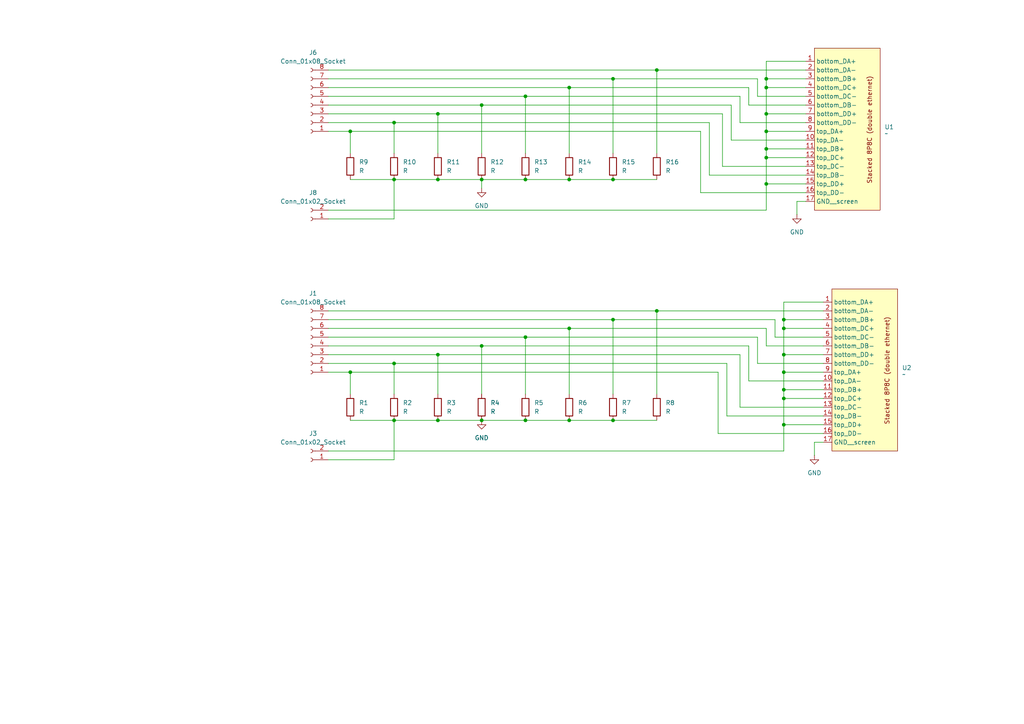
<source format=kicad_sch>
(kicad_sch (version 20231120) (generator "eeschema") (generator_version "8.0")
  (paper "A4")
  (lib_symbols
    (symbol "Connector:Conn_01x02_Socket" (pin_names (offset 1.016) hide)
      (property "Reference" "J" (at 0 2.54 0))
      (property "Value" "Conn_01x02_Socket" (at 0 -5.08 0))
      (symbol "Conn_01x02_Socket_1_1"
        (arc (start 0 -2.032) (mid -0.5058 -2.54) (end 0 -3.048) (stroke (width 0.1524)))
        (polyline (pts (xy -1.27 -2.54) (xy -0.508 -2.54)) (stroke (width 0.1524)))
        (polyline (pts (xy -1.27 0) (xy -0.508 0)) (stroke (width 0.1524)))
        (arc (start 0 0.508) (mid -0.5058 0) (end 0 -0.508) (stroke (width 0.1524)))
        (pin passive line (at -5.08 0 0) (length 3.81) (name "Pin_1") (number "1"))
        (pin passive line (at -5.08 -2.54 0) (length 3.81) (name "Pin_2") (number "2"))
      )
    )
    (symbol "Connector:Conn_01x08_Socket" (pin_names (offset 1.016) hide)
      (property "Reference" "J" (at 0 10.16 0))
      (property "Value" "Conn_01x08_Socket" (at 0 -12.7 0))
      (symbol "Conn_01x08_Socket_1_1"
        (arc (start 0 -9.652) (mid -0.5058 -10.16) (end 0 -10.668) (stroke (width 0.1524)))
        (arc (start 0 -7.112) (mid -0.5058 -7.62) (end 0 -8.128) (stroke (width 0.1524)))
        (arc (start 0 -4.572) (mid -0.5058 -5.08) (end 0 -5.588) (stroke (width 0.1524)))
        (arc (start 0 -2.032) (mid -0.5058 -2.54) (end 0 -3.048) (stroke (width 0.1524)))
        (polyline (pts (xy -1.27 -10.16) (xy -0.508 -10.16)) (stroke (width 0.1524)))
        (polyline (pts (xy -1.27 -7.62) (xy -0.508 -7.62)) (stroke (width 0.1524)))
        (polyline (pts (xy -1.27 -5.08) (xy -0.508 -5.08)) (stroke (width 0.1524)))
        (polyline (pts (xy -1.27 -2.54) (xy -0.508 -2.54)) (stroke (width 0.1524)))
        (polyline (pts (xy -1.27 0) (xy -0.508 0)) (stroke (width 0.1524)))
        (polyline (pts (xy -1.27 2.54) (xy -0.508 2.54)) (stroke (width 0.1524)))
        (polyline (pts (xy -1.27 5.08) (xy -0.508 5.08)) (stroke (width 0.1524)))
        (polyline (pts (xy -1.27 7.62) (xy -0.508 7.62)) (stroke (width 0.1524)))
        (arc (start 0 0.508) (mid -0.5058 0) (end 0 -0.508) (stroke (width 0.1524)))
        (arc (start 0 3.048) (mid -0.5058 2.54) (end 0 2.032) (stroke (width 0.1524)))
        (arc (start 0 5.588) (mid -0.5058 5.08) (end 0 4.572) (stroke (width 0.1524)))
        (arc (start 0 8.128) (mid -0.5058 7.62) (end 0 7.112) (stroke (width 0.1524)))
        (pin passive line (at -5.08 7.62 0) (length 3.81) (name "Pin_1") (number "1"))
        (pin passive line (at -5.08 5.08 0) (length 3.81) (name "Pin_2") (number "2"))
        (pin passive line (at -5.08 2.54 0) (length 3.81) (name "Pin_3") (number "3"))
        (pin passive line (at -5.08 0 0) (length 3.81) (name "Pin_4") (number "4"))
        (pin passive line (at -5.08 -2.54 0) (length 3.81) (name "Pin_5") (number "5"))
        (pin passive line (at -5.08 -5.08 0) (length 3.81) (name "Pin_6") (number "6"))
        (pin passive line (at -5.08 -7.62 0) (length 3.81) (name "Pin_7") (number "7"))
        (pin passive line (at -5.08 -10.16 0) (length 3.81) (name "Pin_8") (number "8"))
      )
    )
    (symbol "DavideCustomSymbols:StackedEthernet"
      (property "Reference" "U" (at 0 0 0))
      (symbol "StackedEthernet_1_1"
        (rectangle (start 0 24.13) (end 19.05 -22.86) (fill (type background)))
        (text "Stacked 8P8C (double ethernet)" (at 16.002 0.508 900) (effects (font (size 1.27 1.27))))
        (pin input line (at -2.54 20.32 0) (length 2.54) (name "bottom_DA+") (number "1"))
        (pin input line (at -2.54 -2.54 0) (length 2.54) (name "top_DA-") (number "10"))
        (pin input line (at -2.54 -5.08 0) (length 2.54) (name "top_DB+") (number "11"))
        (pin input line (at -2.54 -7.62 0) (length 2.54) (name "top_DC+") (number "12"))
        (pin input line (at -2.54 -10.16 0) (length 2.54) (name "top_DC-") (number "13"))
        (pin input line (at -2.54 -12.7 0) (length 2.54) (name "top_DB-") (number "14"))
        (pin input line (at -2.54 -15.24 0) (length 2.54) (name "top_DD+") (number "15"))
        (pin input line (at -2.54 -17.78 0) (length 2.54) (name "top_DD-") (number "16"))
        (pin free line (at -2.54 -20.32 0) (length 2.54) (name "GND__screen") (number "17"))
        (pin input line (at -2.54 17.78 0) (length 2.54) (name "bottom_DA-") (number "2"))
        (pin input line (at -2.54 15.24 0) (length 2.54) (name "bottom_DB+") (number "3"))
        (pin input line (at -2.54 12.7 0) (length 2.54) (name "bottom_DC+") (number "4"))
        (pin input line (at -2.54 10.16 0) (length 2.54) (name "bottom_DC-") (number "5"))
        (pin input line (at -2.54 7.62 0) (length 2.54) (name "bottom_DB-") (number "6"))
        (pin input line (at -2.54 5.08 0) (length 2.54) (name "bottom_DD+") (number "7"))
        (pin input line (at -2.54 2.54 0) (length 2.54) (name "bottom_DD-") (number "8"))
        (pin input line (at -2.54 0 0) (length 2.54) (name "top_DA+") (number "9"))
      )
    )
    (symbol "Device:R" (pin_numbers hide) (pin_names (offset 0))
      (property "Reference" "R" (at 2.032 0 90))
      (property "Value" "R" (at 0 0 90))
      (symbol "R_0_1"
        (rectangle (start -1.016 -2.54) (end 1.016 2.54) (stroke (width 0.254)))
      )
      (symbol "R_1_1"
        (pin passive line (at 0 3.81 270) (length 1.27) (name "~") (number "1"))
        (pin passive line (at 0 -3.81 90) (length 1.27) (name "~") (number "2"))
      )
    )
    (symbol "power:GND" (power) (pin_numbers hide) (pin_names (offset 0) hide)
      (property "Value" "GND" (at 0 -3.81 0))
      (symbol "GND_0_1"
        (polyline (pts (xy 0 0) (xy 0 -1.27) (xy 1.27 -1.27) (xy 0 -2.54) (xy -1.27 -1.27) (xy 0 -1.27)))
      )
      (symbol "GND_1_1"
        (pin power_in line (at 0 0 270) (length 0) (name "~") (number "1"))
      )
    )
  )
  (junction (at 165.1 121.92))
  (junction (at 222.25 38.1))
  (junction (at 101.6 107.95))
  (junction (at 190.5 90.17))
  (junction (at 222.25 45.72))
  (junction (at 177.8 92.71))
  (junction (at 152.4 52.07))
  (junction (at 152.4 121.92))
  (junction (at 127 52.07))
  (junction (at 139.7 121.92))
  (junction (at 227.33 113.03))
  (junction (at 165.1 25.4))
  (junction (at 114.3 121.92))
  (junction (at 177.8 52.07))
  (junction (at 101.6 38.1))
  (junction (at 139.7 100.33))
  (junction (at 165.1 52.07))
  (junction (at 165.1 95.25))
  (junction (at 177.8 121.92))
  (junction (at 152.4 27.94))
  (junction (at 127 121.92))
  (junction (at 139.7 52.07))
  (junction (at 227.33 123.19))
  (junction (at 114.3 105.41))
  (junction (at 127 102.87))
  (junction (at 227.33 115.57))
  (junction (at 222.25 25.4))
  (junction (at 222.25 33.02))
  (junction (at 127 33.02))
  (junction (at 227.33 95.25))
  (junction (at 227.33 102.87))
  (junction (at 227.33 107.95))
  (junction (at 222.25 22.86))
  (junction (at 177.8 22.86))
  (junction (at 227.33 92.71))
  (junction (at 152.4 97.79))
  (junction (at 222.25 43.18))
  (junction (at 190.5 20.32))
  (junction (at 222.25 53.34))
  (junction (at 114.3 52.07))
  (junction (at 139.7 30.48))
  (junction (at 114.3 35.56))
  (wire (pts (xy 222.25 25.4) (xy 222.25 33.02)))
  (wire (pts (xy 127 52.07) (xy 139.7 52.07)))
  (wire (pts (xy 114.3 105.41) (xy 210.82 105.41)))
  (wire (pts (xy 139.7 44.45) (xy 139.7 30.48)))
  (wire (pts (xy 95.25 63.5) (xy 114.3 63.5)))
  (wire (pts (xy 219.71 22.86) (xy 219.71 27.94)))
  (wire (pts (xy 203.2 38.1) (xy 203.2 55.88)))
  (wire (pts (xy 222.25 38.1) (xy 233.68 38.1)))
  (wire (pts (xy 227.33 92.71) (xy 238.76 92.71)))
  (wire (pts (xy 222.25 60.96) (xy 95.25 60.96)))
  (wire (pts (xy 95.25 33.02) (xy 127 33.02)))
  (wire (pts (xy 152.4 97.79) (xy 219.71 97.79)))
  (wire (pts (xy 95.25 27.94) (xy 152.4 27.94)))
  (wire (pts (xy 177.8 92.71) (xy 177.8 114.3)))
  (wire (pts (xy 222.25 53.34) (xy 233.68 53.34)))
  (wire (pts (xy 227.33 123.19) (xy 227.33 130.81)))
  (wire (pts (xy 152.4 52.07) (xy 165.1 52.07)))
  (wire (pts (xy 95.25 20.32) (xy 190.5 20.32)))
  (wire (pts (xy 190.5 90.17) (xy 190.5 114.3)))
  (wire (pts (xy 227.33 107.95) (xy 227.33 113.03)))
  (wire (pts (xy 224.79 97.79) (xy 238.76 97.79)))
  (wire (pts (xy 217.17 30.48) (xy 233.68 30.48)))
  (wire (pts (xy 165.1 121.92) (xy 177.8 121.92)))
  (wire (pts (xy 222.25 22.86) (xy 233.68 22.86)))
  (wire (pts (xy 139.7 114.3) (xy 139.7 100.33)))
  (wire (pts (xy 95.25 90.17) (xy 190.5 90.17)))
  (wire (pts (xy 114.3 35.56) (xy 205.74 35.56)))
  (wire (pts (xy 101.6 38.1) (xy 101.6 44.45)))
  (wire (pts (xy 165.1 95.25) (xy 222.25 95.25)))
  (wire (pts (xy 203.2 55.88) (xy 233.68 55.88)))
  (wire (pts (xy 219.71 97.79) (xy 219.71 105.41)))
  (wire (pts (xy 95.25 22.86) (xy 177.8 22.86)))
  (wire (pts (xy 217.17 25.4) (xy 217.17 30.48)))
  (wire (pts (xy 227.33 107.95) (xy 238.76 107.95)))
  (wire (pts (xy 222.25 25.4) (xy 222.25 22.86)))
  (wire (pts (xy 214.63 118.11) (xy 238.76 118.11)))
  (wire (pts (xy 227.33 95.25) (xy 227.33 92.71)))
  (wire (pts (xy 231.14 58.42) (xy 231.14 62.23)))
  (wire (pts (xy 165.1 52.07) (xy 177.8 52.07)))
  (wire (pts (xy 139.7 30.48) (xy 212.09 30.48)))
  (wire (pts (xy 222.25 100.33) (xy 238.76 100.33)))
  (wire (pts (xy 139.7 54.61) (xy 139.7 52.07)))
  (wire (pts (xy 165.1 95.25) (xy 165.1 114.3)))
  (wire (pts (xy 101.6 38.1) (xy 203.2 38.1)))
  (wire (pts (xy 227.33 87.63) (xy 238.76 87.63)))
  (wire (pts (xy 227.33 113.03) (xy 227.33 115.57)))
  (wire (pts (xy 139.7 100.33) (xy 217.17 100.33)))
  (wire (pts (xy 224.79 92.71) (xy 224.79 97.79)))
  (wire (pts (xy 177.8 121.92) (xy 190.5 121.92)))
  (wire (pts (xy 152.4 121.92) (xy 165.1 121.92)))
  (wire (pts (xy 165.1 25.4) (xy 165.1 44.45)))
  (wire (pts (xy 236.22 128.27) (xy 236.22 132.08)))
  (wire (pts (xy 152.4 27.94) (xy 152.4 44.45)))
  (wire (pts (xy 222.25 33.02) (xy 222.25 38.1)))
  (wire (pts (xy 95.25 100.33) (xy 139.7 100.33)))
  (wire (pts (xy 177.8 22.86) (xy 219.71 22.86)))
  (wire (pts (xy 95.25 130.81) (xy 227.33 130.81)))
  (wire (pts (xy 227.33 113.03) (xy 238.76 113.03)))
  (wire (pts (xy 222.25 22.86) (xy 222.25 17.78)))
  (wire (pts (xy 212.09 30.48) (xy 212.09 40.64)))
  (wire (pts (xy 114.3 52.07) (xy 127 52.07)))
  (wire (pts (xy 205.74 50.8) (xy 233.68 50.8)))
  (wire (pts (xy 238.76 102.87) (xy 227.33 102.87)))
  (wire (pts (xy 214.63 102.87) (xy 214.63 118.11)))
  (wire (pts (xy 127 33.02) (xy 209.55 33.02)))
  (wire (pts (xy 95.25 97.79) (xy 152.4 97.79)))
  (wire (pts (xy 95.25 95.25) (xy 165.1 95.25)))
  (wire (pts (xy 127 102.87) (xy 127 114.3)))
  (wire (pts (xy 212.09 40.64) (xy 233.68 40.64)))
  (wire (pts (xy 219.71 105.41) (xy 238.76 105.41)))
  (wire (pts (xy 227.33 95.25) (xy 227.33 102.87)))
  (wire (pts (xy 177.8 52.07) (xy 190.5 52.07)))
  (wire (pts (xy 114.3 35.56) (xy 114.3 44.45)))
  (wire (pts (xy 139.7 121.92) (xy 152.4 121.92)))
  (wire (pts (xy 233.68 58.42) (xy 231.14 58.42)))
  (wire (pts (xy 238.76 128.27) (xy 236.22 128.27)))
  (wire (pts (xy 205.74 35.56) (xy 205.74 50.8)))
  (wire (pts (xy 190.5 20.32) (xy 233.68 20.32)))
  (wire (pts (xy 227.33 115.57) (xy 238.76 115.57)))
  (wire (pts (xy 222.25 95.25) (xy 222.25 100.33)))
  (wire (pts (xy 222.25 17.78) (xy 233.68 17.78)))
  (wire (pts (xy 222.25 45.72) (xy 233.68 45.72)))
  (wire (pts (xy 217.17 100.33) (xy 217.17 110.49)))
  (wire (pts (xy 222.25 43.18) (xy 233.68 43.18)))
  (wire (pts (xy 95.25 25.4) (xy 165.1 25.4)))
  (wire (pts (xy 227.33 95.25) (xy 238.76 95.25)))
  (wire (pts (xy 95.25 35.56) (xy 114.3 35.56)))
  (wire (pts (xy 217.17 110.49) (xy 238.76 110.49)))
  (wire (pts (xy 101.6 121.92) (xy 114.3 121.92)))
  (wire (pts (xy 227.33 92.71) (xy 227.33 87.63)))
  (wire (pts (xy 210.82 105.41) (xy 210.82 120.65)))
  (wire (pts (xy 114.3 63.5) (xy 114.3 52.07)))
  (wire (pts (xy 177.8 92.71) (xy 224.79 92.71)))
  (wire (pts (xy 190.5 20.32) (xy 190.5 44.45)))
  (wire (pts (xy 222.25 53.34) (xy 222.25 60.96)))
  (wire (pts (xy 165.1 25.4) (xy 217.17 25.4)))
  (wire (pts (xy 152.4 27.94) (xy 214.63 27.94)))
  (wire (pts (xy 190.5 90.17) (xy 238.76 90.17)))
  (wire (pts (xy 95.25 133.35) (xy 114.3 133.35)))
  (wire (pts (xy 101.6 107.95) (xy 208.28 107.95)))
  (wire (pts (xy 114.3 133.35) (xy 114.3 121.92)))
  (wire (pts (xy 101.6 52.07) (xy 114.3 52.07)))
  (wire (pts (xy 127 33.02) (xy 127 44.45)))
  (wire (pts (xy 127 102.87) (xy 214.63 102.87)))
  (wire (pts (xy 210.82 120.65) (xy 238.76 120.65)))
  (wire (pts (xy 222.25 25.4) (xy 233.68 25.4)))
  (wire (pts (xy 152.4 97.79) (xy 152.4 114.3)))
  (wire (pts (xy 101.6 107.95) (xy 101.6 114.3)))
  (wire (pts (xy 227.33 123.19) (xy 238.76 123.19)))
  (wire (pts (xy 95.25 107.95) (xy 101.6 107.95)))
  (wire (pts (xy 139.7 52.07) (xy 152.4 52.07)))
  (wire (pts (xy 219.71 27.94) (xy 233.68 27.94)))
  (wire (pts (xy 114.3 105.41) (xy 114.3 114.3)))
  (wire (pts (xy 209.55 48.26) (xy 233.68 48.26)))
  (wire (pts (xy 222.25 38.1) (xy 222.25 43.18)))
  (wire (pts (xy 95.25 38.1) (xy 101.6 38.1)))
  (wire (pts (xy 208.28 125.73) (xy 238.76 125.73)))
  (wire (pts (xy 233.68 33.02) (xy 222.25 33.02)))
  (wire (pts (xy 208.28 107.95) (xy 208.28 125.73)))
  (wire (pts (xy 214.63 35.56) (xy 233.68 35.56)))
  (wire (pts (xy 214.63 27.94) (xy 214.63 35.56)))
  (wire (pts (xy 222.25 45.72) (xy 222.25 53.34)))
  (wire (pts (xy 95.25 102.87) (xy 127 102.87)))
  (wire (pts (xy 227.33 102.87) (xy 227.33 107.95)))
  (wire (pts (xy 177.8 22.86) (xy 177.8 44.45)))
  (wire (pts (xy 95.25 92.71) (xy 177.8 92.71)))
  (wire (pts (xy 95.25 30.48) (xy 139.7 30.48)))
  (wire (pts (xy 209.55 33.02) (xy 209.55 48.26)))
  (wire (pts (xy 227.33 115.57) (xy 227.33 123.19)))
  (wire (pts (xy 95.25 105.41) (xy 114.3 105.41)))
  (wire (pts (xy 222.25 43.18) (xy 222.25 45.72)))
  (wire (pts (xy 127 121.92) (xy 139.7 121.92)))
  (wire (pts (xy 114.3 121.92) (xy 127 121.92)))
  (symbol (lib_id "Device:R") (at 177.8 48.26 0) (unit 1)
    (property "Reference" "R15" (at 180.34 46.9899 0) (effects (justify left)))
    (property "Value" "R" (at 180.34 49.5299 0) (effects (justify left)))
    (property "Footprint" "stem_piano_footprints:R_0805_2012_1.20x1.40mm_medpad" (effects (hide yes)))
    (property "Description" "Resistor" (effects (hide yes)))
  )
  (symbol (lib_id "Connector:Conn_01x02_Socket") (at 90.17 63.5 180) (unit 1)
    (property "Reference" "J8" (at 90.805 55.88 0))
    (property "Value" "Conn_01x02_Socket" (at 90.805 58.42 0))
    (property "Footprint" "Connector_PinSocket_2.54mm:PinSocket_1x02_P2.54mm_Vertical_SMD_Pin1Right" (effects (hide yes)))
    (property "Description" "Generic connector, single row, 01x02, script generated" (effects (hide yes)))
  )
  (symbol (lib_id "Device:R") (at 152.4 48.26 0) (unit 1)
    (property "Reference" "R13" (at 154.94 46.9899 0) (effects (justify left)))
    (property "Value" "R" (at 154.94 49.5299 0) (effects (justify left)))
    (property "Footprint" "stem_piano_footprints:R_0805_2012_1.20x1.40mm_medpad" (effects (hide yes)))
    (property "Description" "Resistor" (effects (hide yes)))
  )
  (symbol (lib_id "Device:R") (at 114.3 118.11 0) (unit 1)
    (property "Reference" "R2" (at 116.84 116.8399 0) (effects (justify left)))
    (property "Value" "R" (at 116.84 119.3799 0) (effects (justify left)))
    (property "Footprint" "stem_piano_footprints:R_0805_2012_1.20x1.40mm_medpad" (effects (hide yes)))
    (property "Description" "Resistor" (effects (hide yes)))
  )
  (symbol (lib_id "Device:R") (at 165.1 118.11 0) (unit 1)
    (property "Reference" "R6" (at 167.64 116.8399 0) (effects (justify left)))
    (property "Value" "R" (at 167.64 119.3799 0) (effects (justify left)))
    (property "Footprint" "stem_piano_footprints:R_0805_2012_1.20x1.40mm_medpad" (effects (hide yes)))
    (property "Description" "Resistor" (effects (hide yes)))
  )
  (symbol (lib_id "Device:R") (at 114.3 48.26 0) (unit 1)
    (property "Reference" "R10" (at 116.84 46.9899 0) (effects (justify left)))
    (property "Value" "R" (at 116.84 49.5299 0) (effects (justify left)))
    (property "Footprint" "stem_piano_footprints:R_0805_2012_1.20x1.40mm_medpad" (effects (hide yes)))
    (property "Description" "Resistor" (effects (hide yes)))
  )
  (symbol (lib_id "Connector:Conn_01x08_Socket") (at 90.17 30.48 180) (unit 1)
    (property "Reference" "J6" (at 90.805 15.24 0))
    (property "Value" "Conn_01x08_Socket" (at 90.805 17.78 0))
    (property "Footprint" "Connector_PinSocket_2.54mm:PinSocket_1x08_P2.54mm_Vertical_SMD_Pin1Left" (effects (hide yes)))
    (property "Description" "Generic connector, single row, 01x08, script generated" (effects (hide yes)))
  )
  (symbol (lib_id "Device:R") (at 127 118.11 0) (unit 1)
    (property "Reference" "R3" (at 129.54 116.8399 0) (effects (justify left)))
    (property "Value" "R" (at 129.54 119.3799 0) (effects (justify left)))
    (property "Footprint" "stem_piano_footprints:R_0805_2012_1.20x1.40mm_medpad" (effects (hide yes)))
    (property "Description" "Resistor" (effects (hide yes)))
  )
  (symbol (lib_id "DavideCustomSymbols:StackedEthernet") (at 241.3 107.95 0) (unit 1)
    (property "Reference" "U2" (at 261.62 106.6799 0) (effects (justify left)))
    (property "Value" "~" (at 261.62 108.585 0) (effects (justify left)))
    (property "Footprint" "stem_piano_footprints:Stacked8P8C" (effects (hide yes)))
  )
  (symbol (lib_id "Device:R") (at 190.5 118.11 0) (unit 1)
    (property "Reference" "R8" (at 193.04 116.8399 0) (effects (justify left)))
    (property "Value" "R" (at 193.04 119.3799 0) (effects (justify left)))
    (property "Footprint" "stem_piano_footprints:R_0805_2012_1.20x1.40mm_medpad" (effects (hide yes)))
    (property "Description" "Resistor" (effects (hide yes)))
  )
  (symbol (lib_id "Device:R") (at 190.5 48.26 0) (unit 1)
    (property "Reference" "R16" (at 193.04 46.9899 0) (effects (justify left)))
    (property "Value" "R" (at 193.04 49.5299 0) (effects (justify left)))
    (property "Footprint" "stem_piano_footprints:R_0805_2012_1.20x1.40mm_medpad" (effects (hide yes)))
    (property "Description" "Resistor" (effects (hide yes)))
  )
  (symbol (lib_id "Device:R") (at 101.6 118.11 0) (unit 1)
    (property "Reference" "R1" (at 104.14 116.8399 0) (effects (justify left)))
    (property "Value" "R" (at 104.14 119.3799 0) (effects (justify left)))
    (property "Footprint" "stem_piano_footprints:R_0805_2012_1.20x1.40mm_medpad" (effects (hide yes)))
    (property "Description" "Resistor" (effects (hide yes)))
  )
  (symbol (lib_id "Device:R") (at 139.7 118.11 0) (unit 1)
    (property "Reference" "R4" (at 142.24 116.8399 0) (effects (justify left)))
    (property "Value" "R" (at 142.24 119.3799 0) (effects (justify left)))
    (property "Footprint" "stem_piano_footprints:R_0805_2012_1.20x1.40mm_medpad" (effects (hide yes)))
    (property "Description" "Resistor" (effects (hide yes)))
  )
  (symbol (lib_id "Connector:Conn_01x02_Socket") (at 90.17 133.35 180) (unit 1)
    (property "Reference" "J3" (at 90.805 125.73 0))
    (property "Value" "Conn_01x02_Socket" (at 90.805 128.27 0))
    (property "Footprint" "Connector_PinSocket_2.54mm:PinSocket_1x02_P2.54mm_Vertical_SMD_Pin1Right" (effects (hide yes)))
    (property "Description" "Generic connector, single row, 01x02, script generated" (effects (hide yes)))
  )
  (symbol (lib_id "power:GND") (at 231.14 62.23 0) (unit 1)
    (property "Reference" "#PWR03" (effects (hide yes)))
    (property "Value" "GND" (at 231.14 67.31 0))
    (property "Description" "Power symbol creates a global label with name \"GND\" , ground" (effects (hide yes)))
  )
  (symbol (lib_id "Device:R") (at 177.8 118.11 0) (unit 1)
    (property "Reference" "R7" (at 180.34 116.8399 0) (effects (justify left)))
    (property "Value" "R" (at 180.34 119.3799 0) (effects (justify left)))
    (property "Footprint" "stem_piano_footprints:R_0805_2012_1.20x1.40mm_medpad" (effects (hide yes)))
    (property "Description" "Resistor" (effects (hide yes)))
  )
  (symbol (lib_id "Connector:Conn_01x08_Socket") (at 90.17 100.33 180) (unit 1)
    (property "Reference" "J1" (at 90.805 85.09 0))
    (property "Value" "Conn_01x08_Socket" (at 90.805 87.63 0))
    (property "Footprint" "Connector_PinSocket_2.54mm:PinSocket_1x08_P2.54mm_Vertical" (effects (hide yes)))
    (property "Description" "Generic connector, single row, 01x08, script generated" (effects (hide yes)))
  )
  (symbol (lib_id "Device:R") (at 101.6 48.26 0) (unit 1)
    (property "Reference" "R9" (at 104.14 46.9899 0) (effects (justify left)))
    (property "Value" "R" (at 104.14 49.5299 0) (effects (justify left)))
    (property "Footprint" "stem_piano_footprints:R_0805_2012_1.20x1.40mm_medpad" (effects (hide yes)))
    (property "Description" "Resistor" (effects (hide yes)))
  )
  (symbol (lib_id "Device:R") (at 165.1 48.26 0) (unit 1)
    (property "Reference" "R14" (at 167.64 46.9899 0) (effects (justify left)))
    (property "Value" "R" (at 167.64 49.5299 0) (effects (justify left)))
    (property "Footprint" "stem_piano_footprints:R_0805_2012_1.20x1.40mm_medpad" (effects (hide yes)))
    (property "Description" "Resistor" (effects (hide yes)))
  )
  (symbol (lib_id "Device:R") (at 139.7 48.26 0) (unit 1)
    (property "Reference" "R12" (at 142.24 46.9899 0) (effects (justify left)))
    (property "Value" "R" (at 142.24 49.5299 0) (effects (justify left)))
    (property "Footprint" "stem_piano_footprints:R_0805_2012_1.20x1.40mm_medpad" (effects (hide yes)))
    (property "Description" "Resistor" (effects (hide yes)))
  )
  (symbol (lib_id "power:GND") (at 236.22 132.08 0) (unit 1)
    (property "Reference" "#PWR04" (effects (hide yes)))
    (property "Value" "GND" (at 236.22 137.16 0))
    (property "Description" "Power symbol creates a global label with name \"GND\" , ground" (effects (hide yes)))
  )
  (symbol (lib_id "Device:R") (at 152.4 118.11 0) (unit 1)
    (property "Reference" "R5" (at 154.94 116.8399 0) (effects (justify left)))
    (property "Value" "R" (at 154.94 119.3799 0) (effects (justify left)))
    (property "Footprint" "stem_piano_footprints:R_0805_2012_1.20x1.40mm_medpad" (effects (hide yes)))
    (property "Description" "Resistor" (effects (hide yes)))
  )
  (symbol (lib_id "power:GND") (at 139.7 54.61 0) (unit 1)
    (property "Reference" "#PWR01" (effects (hide yes)))
    (property "Value" "GND" (at 139.7 59.69 0))
    (property "Description" "Power symbol creates a global label with name \"GND\" , ground" (effects (hide yes)))
  )
  (symbol (lib_id "Device:R") (at 127 48.26 0) (unit 1)
    (property "Reference" "R11" (at 129.54 46.9899 0) (effects (justify left)))
    (property "Value" "R" (at 129.54 49.5299 0) (effects (justify left)))
    (property "Footprint" "stem_piano_footprints:R_0805_2012_1.20x1.40mm_medpad" (effects (hide yes)))
    (property "Description" "Resistor" (effects (hide yes)))
  )
  (symbol (lib_id "power:GND") (at 139.7 121.92 0) (unit 1)
    (property "Reference" "#PWR02" (effects (hide yes)))
    (property "Value" "GND" (at 139.7 127 0))
    (property "Description" "Power symbol creates a global label with name \"GND\" , ground" (effects (hide yes)))
  )
  (symbol (lib_id "DavideCustomSymbols:StackedEthernet") (at 236.22 38.1 0) (unit 1)
    (property "Reference" "U1" (at 256.54 36.8299 0) (effects (justify left)))
    (property "Value" "~" (at 256.54 38.735 0) (effects (justify left)))
    (property "Footprint" "stem_piano_footprints:Stacked8P8C_noFrontPins" (effects (hide yes)))
  )
)
</source>
